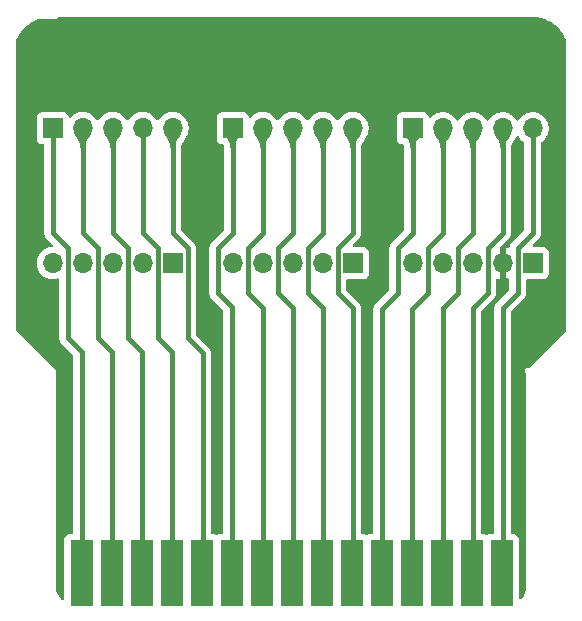
<source format=gbl>
%TF.GenerationSoftware,KiCad,Pcbnew,9.0.5*%
%TF.CreationDate,2025-10-09T13:03:12+02:00*%
%TF.ProjectId,CART-Breakout,43415254-2d42-4726-9561-6b6f75742e6b,rev?*%
%TF.SameCoordinates,Original*%
%TF.FileFunction,Copper,L2,Bot*%
%TF.FilePolarity,Positive*%
%FSLAX46Y46*%
G04 Gerber Fmt 4.6, Leading zero omitted, Abs format (unit mm)*
G04 Created by KiCad (PCBNEW 9.0.5) date 2025-10-09 13:03:12*
%MOMM*%
%LPD*%
G01*
G04 APERTURE LIST*
%TA.AperFunction,SMDPad,CuDef*%
%ADD10R,1.930400X5.588000*%
%TD*%
%TA.AperFunction,ComponentPad*%
%ADD11O,1.700000X1.700000*%
%TD*%
%TA.AperFunction,ComponentPad*%
%ADD12R,1.700000X1.700000*%
%TD*%
%TA.AperFunction,ViaPad*%
%ADD13C,0.600000*%
%TD*%
%TA.AperFunction,Conductor*%
%ADD14C,0.400000*%
%TD*%
G04 APERTURE END LIST*
D10*
%TO.P,CART1,1,~{S4}*%
%TO.N,/~{S4}*%
X168830000Y-115152000D03*
%TO.P,CART1,2,A3*%
%TO.N,/A3*%
X166290000Y-115152000D03*
%TO.P,CART1,3,A2*%
%TO.N,/A2*%
X163750000Y-115152000D03*
%TO.P,CART1,4,A1*%
%TO.N,/A1*%
X161210000Y-115152000D03*
%TO.P,CART1,5,A0*%
%TO.N,/A0*%
X158670000Y-115152000D03*
%TO.P,CART1,6,D4*%
%TO.N,/D4*%
X156130000Y-115152000D03*
%TO.P,CART1,7,D5*%
%TO.N,/D5*%
X153590000Y-115152000D03*
%TO.P,CART1,8,D2*%
%TO.N,/D2*%
X151050000Y-115152000D03*
%TO.P,CART1,9,D1*%
%TO.N,/D1*%
X148510000Y-115152000D03*
%TO.P,CART1,10,D0*%
%TO.N,/D0*%
X145970000Y-115152000D03*
%TO.P,CART1,11,D6*%
%TO.N,/D6*%
X143430000Y-115152000D03*
%TO.P,CART1,12,~{S5}*%
%TO.N,/~{S5}*%
X140890000Y-115152000D03*
%TO.P,CART1,13,VCC*%
%TO.N,VCC*%
X138350000Y-115152000D03*
%TO.P,CART1,14,RD5*%
%TO.N,/RD5*%
X135810000Y-115152000D03*
%TO.P,CART1,15,~{CCTL}*%
%TO.N,/~{CCTL}*%
X133270000Y-115152000D03*
%TD*%
D11*
%TO.P,P1,5,Pin_5*%
%TO.N,/~{S4}*%
X171450000Y-77480000D03*
%TO.P,P1,4,Pin_4*%
%TO.N,/A3*%
X168910000Y-77480000D03*
%TO.P,P1,3,Pin_3*%
%TO.N,/A2*%
X166370000Y-77480000D03*
%TO.P,P1,2,Pin_2*%
%TO.N,/A1*%
X163830000Y-77480000D03*
D12*
%TO.P,P1,1,Pin_1*%
%TO.N,/A0*%
X161290000Y-77480000D03*
%TD*%
%TO.P,P2,1,Pin_1*%
%TO.N,/D0*%
X146050000Y-77470000D03*
D11*
%TO.P,P2,2,Pin_2*%
%TO.N,/D1*%
X148590000Y-77470000D03*
%TO.P,P2,3,Pin_3*%
%TO.N,/D2*%
X151130000Y-77470000D03*
%TO.P,P2,4,Pin_4*%
%TO.N,/D5*%
X153670000Y-77470000D03*
%TO.P,P2,5,Pin_5*%
%TO.N,/D4*%
X156210000Y-77470000D03*
%TD*%
%TO.P,P3,5,Pin_5*%
%TO.N,/D6*%
X140970000Y-77470000D03*
%TO.P,P3,4,Pin_4*%
%TO.N,/~{S5}*%
X138430000Y-77470000D03*
%TO.P,P3,3,Pin_3*%
%TO.N,VCC*%
X135890000Y-77470000D03*
%TO.P,P3,2,Pin_2*%
%TO.N,/RD5*%
X133350000Y-77470000D03*
D12*
%TO.P,P3,1,Pin_1*%
%TO.N,/~{CCTL}*%
X130810000Y-77470000D03*
%TD*%
%TO.P,P4,1,Pin_1*%
%TO.N,/D7*%
X140970000Y-88900000D03*
D11*
%TO.P,P4,2,Pin_2*%
%TO.N,/A11*%
X138430000Y-88900000D03*
%TO.P,P4,3,Pin_3*%
%TO.N,/A10*%
X135890000Y-88900000D03*
%TO.P,P4,4,Pin_4*%
%TO.N,/R~{W}*%
X133350000Y-88900000D03*
%TO.P,P4,5,Pin_5*%
%TO.N,/PHI2*%
X130810000Y-88900000D03*
%TD*%
%TO.P,P5,5,Pin_5*%
%TO.N,/D3*%
X146050000Y-88910000D03*
%TO.P,P5,4,Pin_4*%
%TO.N,/A12*%
X148590000Y-88910000D03*
%TO.P,P5,3,Pin_3*%
%TO.N,/A9*%
X151130000Y-88910000D03*
%TO.P,P5,2,Pin_2*%
%TO.N,/A8*%
X153670000Y-88910000D03*
D12*
%TO.P,P5,1,Pin_1*%
%TO.N,/A7*%
X156210000Y-88910000D03*
%TD*%
%TO.P,P6,1,Pin_1*%
%TO.N,/RD4*%
X171450000Y-88900000D03*
D11*
%TO.P,P6,2,Pin_2*%
%TO.N,GND*%
X168910000Y-88900000D03*
%TO.P,P6,3,Pin_3*%
%TO.N,/A4*%
X166370000Y-88900000D03*
%TO.P,P6,4,Pin_4*%
%TO.N,/A5*%
X163830000Y-88900000D03*
%TO.P,P6,5,Pin_5*%
%TO.N,/A6*%
X161290000Y-88900000D03*
%TD*%
D13*
%TO.N,GND*%
X172410000Y-72998000D03*
%TD*%
D14*
%TO.N,VCC*%
X135890000Y-77470000D02*
X135890000Y-86360000D01*
X138350000Y-96440000D02*
X138350000Y-115152000D01*
X137160000Y-95250000D02*
X138350000Y-96440000D01*
X137160000Y-87630000D02*
X137160000Y-95250000D01*
X135890000Y-86360000D02*
X137160000Y-87630000D01*
%TO.N,/~{S4}*%
X171450000Y-77470000D02*
X171450000Y-86360000D01*
X168910000Y-92710000D02*
X168910000Y-115072000D01*
X170180000Y-91440000D02*
X168910000Y-92710000D01*
X170180000Y-87630000D02*
X170180000Y-91440000D01*
X171450000Y-86360000D02*
X170180000Y-87630000D01*
X168910000Y-115072000D02*
X168830000Y-115152000D01*
%TO.N,/A3*%
X168910000Y-77470000D02*
X168910000Y-86360000D01*
X166370000Y-92710000D02*
X166370000Y-115072000D01*
X167640000Y-91440000D02*
X166370000Y-92710000D01*
X167640000Y-87630000D02*
X167640000Y-91440000D01*
X168910000Y-86360000D02*
X167640000Y-87630000D01*
X166370000Y-115072000D02*
X166290000Y-115152000D01*
%TO.N,/A2*%
X166370000Y-77470000D02*
X166370000Y-86360000D01*
X163830000Y-92710000D02*
X163830000Y-115072000D01*
X165100000Y-91440000D02*
X163830000Y-92710000D01*
X165100000Y-87630000D02*
X165100000Y-91440000D01*
X166370000Y-86360000D02*
X165100000Y-87630000D01*
X163830000Y-115072000D02*
X163750000Y-115152000D01*
%TO.N,/A1*%
X163830000Y-77470000D02*
X163830000Y-86360000D01*
X161210000Y-92790000D02*
X161210000Y-115152000D01*
X162560000Y-91440000D02*
X161210000Y-92790000D01*
X162560000Y-87630000D02*
X162560000Y-91440000D01*
X163830000Y-86360000D02*
X162560000Y-87630000D01*
%TO.N,/A0*%
X161290000Y-77470000D02*
X161290000Y-86360000D01*
X158670000Y-92790000D02*
X158670000Y-115152000D01*
X160020000Y-91440000D02*
X158670000Y-92790000D01*
X160020000Y-87630000D02*
X160020000Y-91440000D01*
X161290000Y-86360000D02*
X160020000Y-87630000D01*
%TO.N,/D4*%
X156210000Y-77470000D02*
X156210000Y-86360000D01*
X156210000Y-92710000D02*
X156210000Y-115072000D01*
X154940000Y-91440000D02*
X156210000Y-92710000D01*
X154940000Y-87630000D02*
X154940000Y-91440000D01*
X156210000Y-86360000D02*
X154940000Y-87630000D01*
X156210000Y-115072000D02*
X156130000Y-115152000D01*
%TO.N,/D5*%
X153670000Y-77470000D02*
X153670000Y-86360000D01*
X153670000Y-92710000D02*
X153670000Y-115072000D01*
X152400000Y-91440000D02*
X153670000Y-92710000D01*
X152400000Y-87630000D02*
X152400000Y-91440000D01*
X153670000Y-86360000D02*
X152400000Y-87630000D01*
X153670000Y-115072000D02*
X153590000Y-115152000D01*
%TO.N,/D2*%
X151130000Y-77470000D02*
X151130000Y-86360000D01*
X151130000Y-92710000D02*
X151130000Y-115072000D01*
X149860000Y-91440000D02*
X151130000Y-92710000D01*
X149860000Y-87630000D02*
X149860000Y-91440000D01*
X151130000Y-86360000D02*
X149860000Y-87630000D01*
X151130000Y-115072000D02*
X151050000Y-115152000D01*
%TO.N,/D1*%
X148590000Y-77470000D02*
X148590000Y-86360000D01*
X148590000Y-92710000D02*
X148590000Y-115072000D01*
X147320000Y-91440000D02*
X148590000Y-92710000D01*
X147320000Y-87630000D02*
X147320000Y-91440000D01*
X148590000Y-86360000D02*
X147320000Y-87630000D01*
X148590000Y-115072000D02*
X148510000Y-115152000D01*
%TO.N,/D0*%
X146050000Y-77470000D02*
X146050000Y-86360000D01*
X145970000Y-92630000D02*
X145970000Y-115152000D01*
X144780000Y-91440000D02*
X145970000Y-92630000D01*
X144780000Y-87630000D02*
X144780000Y-91440000D01*
X146050000Y-86360000D02*
X144780000Y-87630000D01*
%TO.N,/D6*%
X140970000Y-77470000D02*
X140970000Y-86360000D01*
X143510000Y-96520000D02*
X143510000Y-115072000D01*
X142240000Y-95250000D02*
X143510000Y-96520000D01*
X142240000Y-87630000D02*
X142240000Y-95250000D01*
X140970000Y-86360000D02*
X142240000Y-87630000D01*
X143510000Y-115072000D02*
X143430000Y-115152000D01*
%TO.N,/~{S5}*%
X138430000Y-77470000D02*
X138430000Y-86360000D01*
X140890000Y-96440000D02*
X140890000Y-115152000D01*
X139700000Y-95250000D02*
X140890000Y-96440000D01*
X139700000Y-87630000D02*
X139700000Y-95250000D01*
X138430000Y-86360000D02*
X139700000Y-87630000D01*
%TO.N,/RD5*%
X133350000Y-77470000D02*
X133350000Y-86360000D01*
X135810000Y-96440000D02*
X135810000Y-115152000D01*
X134620000Y-95250000D02*
X135810000Y-96440000D01*
X134620000Y-87630000D02*
X134620000Y-95250000D01*
X133350000Y-86360000D02*
X134620000Y-87630000D01*
%TO.N,/~{CCTL}*%
X130810000Y-77470000D02*
X130810000Y-86360000D01*
X133270000Y-96440000D02*
X133270000Y-115152000D01*
X132080000Y-95250000D02*
X133270000Y-96440000D01*
X132080000Y-87630000D02*
X132080000Y-95250000D01*
X130810000Y-86360000D02*
X132080000Y-87630000D01*
%TD*%
%TA.AperFunction,Conductor*%
%TO.N,VCC*%
G36*
X136029123Y-77298696D02*
G01*
X136032132Y-77299523D01*
X136159845Y-77353892D01*
X136162535Y-77355492D01*
X136271885Y-77442265D01*
X136273045Y-77443320D01*
X136593266Y-77776311D01*
X136595357Y-77779309D01*
X136625324Y-77840999D01*
X136626321Y-77848149D01*
X136614373Y-77915684D01*
X136613182Y-77919140D01*
X136609137Y-77926746D01*
X136609039Y-77926926D01*
X136572031Y-77993660D01*
X136571825Y-77994016D01*
X136532519Y-78059371D01*
X136532414Y-78059543D01*
X136531111Y-78061625D01*
X136528359Y-78066027D01*
X136491184Y-78123842D01*
X136491024Y-78124084D01*
X136452497Y-78180853D01*
X136452415Y-78180972D01*
X136426058Y-78218794D01*
X136426032Y-78218831D01*
X136413022Y-78237349D01*
X136412971Y-78237422D01*
X136399691Y-78256020D01*
X136399665Y-78256056D01*
X136338641Y-78340831D01*
X136270532Y-78441658D01*
X136210561Y-78547204D01*
X136160647Y-78664597D01*
X136160644Y-78664606D01*
X136122655Y-78801075D01*
X136122654Y-78801080D01*
X136098477Y-78963814D01*
X136095608Y-79030211D01*
X136094927Y-79045980D01*
X136094927Y-79045996D01*
X136094380Y-79058636D01*
X136094336Y-79059647D01*
X136093306Y-79063967D01*
X136064662Y-79127240D01*
X136058364Y-79133272D01*
X136023334Y-79147341D01*
X135993913Y-79159157D01*
X135989555Y-79160000D01*
X135790445Y-79160000D01*
X135786085Y-79159157D01*
X135721634Y-79133272D01*
X135715336Y-79127240D01*
X135686693Y-79063967D01*
X135685663Y-79059648D01*
X135685619Y-79058636D01*
X135685073Y-79045999D01*
X135685072Y-79045996D01*
X135681521Y-78963815D01*
X135657344Y-78801080D01*
X135638352Y-78732857D01*
X135638349Y-78732842D01*
X135636460Y-78726058D01*
X135619353Y-78664604D01*
X135619351Y-78664597D01*
X135569437Y-78547204D01*
X135569436Y-78547202D01*
X135569433Y-78547195D01*
X135509471Y-78441665D01*
X135441350Y-78340821D01*
X135380334Y-78256056D01*
X135367028Y-78237422D01*
X135353964Y-78218829D01*
X135353954Y-78218784D01*
X135353940Y-78218795D01*
X135327588Y-78180982D01*
X135327506Y-78180862D01*
X135288974Y-78124084D01*
X135288814Y-78123842D01*
X135251679Y-78066087D01*
X135251601Y-78065964D01*
X135247583Y-78059541D01*
X135247476Y-78059366D01*
X135208173Y-77994016D01*
X135207967Y-77993660D01*
X135170960Y-77926926D01*
X135170891Y-77926800D01*
X135166815Y-77919134D01*
X135165627Y-77915687D01*
X135153678Y-77848149D01*
X135154675Y-77840999D01*
X135184643Y-77779305D01*
X135186729Y-77776314D01*
X135506959Y-77443314D01*
X135508107Y-77442271D01*
X135617467Y-77355490D01*
X135620151Y-77353893D01*
X135747869Y-77299523D01*
X135750874Y-77298696D01*
X135888437Y-77280130D01*
X135891563Y-77280130D01*
X136029123Y-77298696D01*
G37*
%TD.AperFunction*%
%TD*%
%TA.AperFunction,Conductor*%
%TO.N,/A3*%
G36*
X169049123Y-77308696D02*
G01*
X169052132Y-77309523D01*
X169179845Y-77363892D01*
X169182535Y-77365492D01*
X169291885Y-77452265D01*
X169293045Y-77453320D01*
X169613648Y-77786708D01*
X169615740Y-77789707D01*
X169645486Y-77850965D01*
X169646481Y-77858120D01*
X169634586Y-77925167D01*
X169633393Y-77928623D01*
X169629392Y-77936136D01*
X169629291Y-77936320D01*
X169592443Y-78002615D01*
X169592234Y-78002977D01*
X169553051Y-78067890D01*
X169552941Y-78068068D01*
X169548979Y-78074374D01*
X169548899Y-78074500D01*
X169511841Y-78131852D01*
X169511676Y-78132099D01*
X169473233Y-78188402D01*
X169473149Y-78188525D01*
X169447824Y-78224622D01*
X169447797Y-78224660D01*
X169433738Y-78244527D01*
X169433682Y-78244605D01*
X169419566Y-78264212D01*
X169419538Y-78264250D01*
X169359409Y-78347057D01*
X169334741Y-78383207D01*
X169334460Y-78383619D01*
X169325459Y-78396809D01*
X169291185Y-78447032D01*
X169231068Y-78551662D01*
X169180977Y-78668103D01*
X169142822Y-78803539D01*
X169118525Y-78965110D01*
X169114360Y-79060301D01*
X169113328Y-79064618D01*
X169084862Y-79127433D01*
X169078564Y-79133462D01*
X169014561Y-79159158D01*
X169010202Y-79160000D01*
X168809798Y-79160000D01*
X168805439Y-79159158D01*
X168741434Y-79133462D01*
X168735136Y-79127433D01*
X168706670Y-79064618D01*
X168706669Y-79064616D01*
X168705638Y-79060300D01*
X168705045Y-79046733D01*
X168705044Y-79046721D01*
X168701474Y-78965115D01*
X168677177Y-78803539D01*
X168639024Y-78668110D01*
X168588932Y-78551665D01*
X168558879Y-78499359D01*
X168558875Y-78499352D01*
X168558875Y-78499353D01*
X168554403Y-78491569D01*
X168554402Y-78491568D01*
X168528813Y-78447032D01*
X168494539Y-78396809D01*
X168485302Y-78383271D01*
X168485256Y-78383205D01*
X168460598Y-78347071D01*
X168400432Y-78264212D01*
X168386270Y-78244540D01*
X168372202Y-78224660D01*
X168346876Y-78188562D01*
X168346792Y-78188440D01*
X168308322Y-78132100D01*
X168308157Y-78131852D01*
X168271099Y-78074500D01*
X168271019Y-78074374D01*
X168267057Y-78068068D01*
X168266947Y-78067890D01*
X168227764Y-78002978D01*
X168227554Y-78002616D01*
X168190672Y-77936257D01*
X168186604Y-77928620D01*
X168185414Y-77925176D01*
X168173518Y-77858118D01*
X168174512Y-77850967D01*
X168204260Y-77789704D01*
X168206348Y-77786710D01*
X168526959Y-77453314D01*
X168528107Y-77452271D01*
X168637467Y-77365490D01*
X168640151Y-77363893D01*
X168767869Y-77309523D01*
X168770874Y-77308696D01*
X168908437Y-77290130D01*
X168911563Y-77290130D01*
X169049123Y-77308696D01*
G37*
%TD.AperFunction*%
%TD*%
%TA.AperFunction,Conductor*%
%TO.N,/A2*%
G36*
X166509123Y-77308696D02*
G01*
X166512132Y-77309523D01*
X166639845Y-77363892D01*
X166642535Y-77365492D01*
X166751885Y-77452265D01*
X166753045Y-77453320D01*
X167073648Y-77786708D01*
X167075740Y-77789707D01*
X167105486Y-77850965D01*
X167106481Y-77858120D01*
X167094586Y-77925167D01*
X167093393Y-77928623D01*
X167089392Y-77936136D01*
X167089291Y-77936320D01*
X167052443Y-78002615D01*
X167052234Y-78002977D01*
X167013051Y-78067890D01*
X167012941Y-78068068D01*
X167008979Y-78074374D01*
X167008899Y-78074500D01*
X166971841Y-78131852D01*
X166971676Y-78132099D01*
X166933233Y-78188402D01*
X166933149Y-78188525D01*
X166907824Y-78224622D01*
X166907797Y-78224660D01*
X166893738Y-78244527D01*
X166893682Y-78244605D01*
X166879566Y-78264212D01*
X166879538Y-78264250D01*
X166819409Y-78347057D01*
X166794741Y-78383207D01*
X166794460Y-78383619D01*
X166785459Y-78396809D01*
X166751185Y-78447032D01*
X166691068Y-78551662D01*
X166640977Y-78668103D01*
X166602822Y-78803539D01*
X166578525Y-78965110D01*
X166574360Y-79060301D01*
X166573328Y-79064618D01*
X166544862Y-79127433D01*
X166538564Y-79133462D01*
X166474561Y-79159158D01*
X166470202Y-79160000D01*
X166269798Y-79160000D01*
X166265439Y-79159158D01*
X166201434Y-79133462D01*
X166195136Y-79127433D01*
X166166670Y-79064618D01*
X166166669Y-79064616D01*
X166165638Y-79060300D01*
X166165045Y-79046733D01*
X166165044Y-79046721D01*
X166161474Y-78965115D01*
X166137177Y-78803539D01*
X166099024Y-78668110D01*
X166048932Y-78551665D01*
X166018879Y-78499359D01*
X166018875Y-78499352D01*
X166018875Y-78499353D01*
X166014403Y-78491569D01*
X166014402Y-78491568D01*
X165988813Y-78447032D01*
X165954539Y-78396809D01*
X165945302Y-78383271D01*
X165945256Y-78383205D01*
X165920598Y-78347071D01*
X165860432Y-78264212D01*
X165846270Y-78244540D01*
X165832202Y-78224660D01*
X165806876Y-78188562D01*
X165806792Y-78188440D01*
X165768322Y-78132100D01*
X165768157Y-78131852D01*
X165731099Y-78074500D01*
X165731019Y-78074374D01*
X165727057Y-78068068D01*
X165726947Y-78067890D01*
X165687764Y-78002978D01*
X165687554Y-78002616D01*
X165650672Y-77936257D01*
X165646604Y-77928620D01*
X165645414Y-77925176D01*
X165633518Y-77858118D01*
X165634512Y-77850967D01*
X165664260Y-77789704D01*
X165666348Y-77786710D01*
X165986959Y-77453314D01*
X165988107Y-77452271D01*
X166097467Y-77365490D01*
X166100151Y-77363893D01*
X166227869Y-77309523D01*
X166230874Y-77308696D01*
X166368437Y-77290130D01*
X166371563Y-77290130D01*
X166509123Y-77308696D01*
G37*
%TD.AperFunction*%
%TD*%
%TA.AperFunction,Conductor*%
%TO.N,/A1*%
G36*
X163969123Y-77308696D02*
G01*
X163972132Y-77309523D01*
X164099845Y-77363892D01*
X164102535Y-77365492D01*
X164211885Y-77452265D01*
X164213045Y-77453320D01*
X164533648Y-77786708D01*
X164535740Y-77789707D01*
X164565486Y-77850965D01*
X164566481Y-77858120D01*
X164554586Y-77925167D01*
X164553393Y-77928623D01*
X164549392Y-77936136D01*
X164549291Y-77936320D01*
X164512443Y-78002615D01*
X164512234Y-78002977D01*
X164473051Y-78067890D01*
X164472941Y-78068068D01*
X164468979Y-78074374D01*
X164468899Y-78074500D01*
X164431841Y-78131852D01*
X164431676Y-78132099D01*
X164393233Y-78188402D01*
X164393149Y-78188525D01*
X164367824Y-78224622D01*
X164367797Y-78224660D01*
X164353738Y-78244527D01*
X164353682Y-78244605D01*
X164339566Y-78264212D01*
X164339538Y-78264250D01*
X164279409Y-78347057D01*
X164254741Y-78383207D01*
X164254460Y-78383619D01*
X164245459Y-78396809D01*
X164211185Y-78447032D01*
X164151068Y-78551662D01*
X164100977Y-78668103D01*
X164062822Y-78803539D01*
X164038525Y-78965110D01*
X164034360Y-79060301D01*
X164033328Y-79064618D01*
X164004862Y-79127433D01*
X163998564Y-79133462D01*
X163934561Y-79159158D01*
X163930202Y-79160000D01*
X163729798Y-79160000D01*
X163725439Y-79159158D01*
X163661434Y-79133462D01*
X163655136Y-79127433D01*
X163626670Y-79064618D01*
X163626669Y-79064616D01*
X163625638Y-79060300D01*
X163625045Y-79046733D01*
X163625044Y-79046721D01*
X163621474Y-78965115D01*
X163597177Y-78803539D01*
X163559024Y-78668110D01*
X163508932Y-78551665D01*
X163478879Y-78499359D01*
X163478875Y-78499352D01*
X163478875Y-78499353D01*
X163474403Y-78491569D01*
X163474402Y-78491568D01*
X163448813Y-78447032D01*
X163414539Y-78396809D01*
X163405302Y-78383271D01*
X163405256Y-78383205D01*
X163380598Y-78347071D01*
X163320432Y-78264212D01*
X163306270Y-78244540D01*
X163292202Y-78224660D01*
X163266876Y-78188562D01*
X163266792Y-78188440D01*
X163228322Y-78132100D01*
X163228157Y-78131852D01*
X163191099Y-78074500D01*
X163191019Y-78074374D01*
X163187057Y-78068068D01*
X163186947Y-78067890D01*
X163147764Y-78002978D01*
X163147554Y-78002616D01*
X163110672Y-77936257D01*
X163106604Y-77928620D01*
X163105414Y-77925176D01*
X163093518Y-77858118D01*
X163094512Y-77850967D01*
X163124260Y-77789704D01*
X163126348Y-77786710D01*
X163446959Y-77453314D01*
X163448107Y-77452271D01*
X163557467Y-77365490D01*
X163560151Y-77363893D01*
X163687869Y-77309523D01*
X163690874Y-77308696D01*
X163828437Y-77290130D01*
X163831563Y-77290130D01*
X163969123Y-77308696D01*
G37*
%TD.AperFunction*%
%TD*%
%TA.AperFunction,Conductor*%
%TO.N,/A0*%
G36*
X161429123Y-77308696D02*
G01*
X161432132Y-77309523D01*
X161559845Y-77363892D01*
X161562535Y-77365492D01*
X161671885Y-77452265D01*
X161673045Y-77453320D01*
X161993648Y-77786708D01*
X161995740Y-77789707D01*
X162025486Y-77850965D01*
X162026481Y-77858120D01*
X162014586Y-77925167D01*
X162013393Y-77928623D01*
X162009392Y-77936136D01*
X162009291Y-77936320D01*
X161972443Y-78002615D01*
X161972234Y-78002977D01*
X161933051Y-78067890D01*
X161932941Y-78068068D01*
X161928979Y-78074374D01*
X161928899Y-78074500D01*
X161891841Y-78131852D01*
X161891676Y-78132099D01*
X161853233Y-78188402D01*
X161853149Y-78188525D01*
X161827824Y-78224622D01*
X161827797Y-78224660D01*
X161813738Y-78244527D01*
X161813682Y-78244605D01*
X161799566Y-78264212D01*
X161799538Y-78264250D01*
X161739409Y-78347057D01*
X161714741Y-78383207D01*
X161714460Y-78383619D01*
X161705459Y-78396809D01*
X161671185Y-78447032D01*
X161611068Y-78551662D01*
X161560977Y-78668103D01*
X161522822Y-78803539D01*
X161498525Y-78965110D01*
X161494360Y-79060301D01*
X161493328Y-79064618D01*
X161464862Y-79127433D01*
X161458564Y-79133462D01*
X161394561Y-79159158D01*
X161390202Y-79160000D01*
X161189798Y-79160000D01*
X161185439Y-79159158D01*
X161121434Y-79133462D01*
X161115136Y-79127433D01*
X161086670Y-79064618D01*
X161086669Y-79064616D01*
X161085638Y-79060300D01*
X161085045Y-79046733D01*
X161085044Y-79046721D01*
X161081474Y-78965115D01*
X161057177Y-78803539D01*
X161019024Y-78668110D01*
X160968932Y-78551665D01*
X160938879Y-78499359D01*
X160938875Y-78499352D01*
X160938875Y-78499353D01*
X160934403Y-78491569D01*
X160934402Y-78491568D01*
X160908813Y-78447032D01*
X160874539Y-78396809D01*
X160865302Y-78383271D01*
X160865256Y-78383205D01*
X160840598Y-78347071D01*
X160780432Y-78264212D01*
X160766270Y-78244540D01*
X160752202Y-78224660D01*
X160726876Y-78188562D01*
X160726792Y-78188440D01*
X160688322Y-78132100D01*
X160688157Y-78131852D01*
X160651099Y-78074500D01*
X160651019Y-78074374D01*
X160647057Y-78068068D01*
X160646947Y-78067890D01*
X160607764Y-78002978D01*
X160607554Y-78002616D01*
X160570672Y-77936257D01*
X160566604Y-77928620D01*
X160565414Y-77925176D01*
X160553518Y-77858118D01*
X160554512Y-77850967D01*
X160584260Y-77789704D01*
X160586348Y-77786710D01*
X160906959Y-77453314D01*
X160908107Y-77452271D01*
X161017467Y-77365490D01*
X161020151Y-77363893D01*
X161147869Y-77309523D01*
X161150874Y-77308696D01*
X161288437Y-77290130D01*
X161291563Y-77290130D01*
X161429123Y-77308696D01*
G37*
%TD.AperFunction*%
%TD*%
%TA.AperFunction,Conductor*%
%TO.N,/D4*%
G36*
X156349123Y-77298696D02*
G01*
X156352132Y-77299523D01*
X156479845Y-77353892D01*
X156482535Y-77355492D01*
X156591885Y-77442265D01*
X156593045Y-77443320D01*
X156913266Y-77776311D01*
X156915357Y-77779309D01*
X156945324Y-77840999D01*
X156946321Y-77848149D01*
X156934373Y-77915684D01*
X156933182Y-77919140D01*
X156929137Y-77926746D01*
X156929039Y-77926926D01*
X156892031Y-77993660D01*
X156891825Y-77994016D01*
X156852519Y-78059371D01*
X156852414Y-78059543D01*
X156851111Y-78061625D01*
X156848359Y-78066027D01*
X156811184Y-78123842D01*
X156811024Y-78124084D01*
X156772491Y-78180863D01*
X156772409Y-78180982D01*
X156746058Y-78218794D01*
X156746032Y-78218831D01*
X156733022Y-78237349D01*
X156732971Y-78237422D01*
X156719691Y-78256020D01*
X156719665Y-78256056D01*
X156658641Y-78340831D01*
X156590532Y-78441658D01*
X156530561Y-78547204D01*
X156480647Y-78664597D01*
X156480644Y-78664606D01*
X156442655Y-78801075D01*
X156442654Y-78801080D01*
X156418477Y-78963814D01*
X156415608Y-79030211D01*
X156414927Y-79045980D01*
X156414927Y-79045996D01*
X156414380Y-79058636D01*
X156414336Y-79059647D01*
X156413306Y-79063967D01*
X156384662Y-79127240D01*
X156378364Y-79133272D01*
X156343334Y-79147341D01*
X156313913Y-79159157D01*
X156309555Y-79160000D01*
X156110445Y-79160000D01*
X156106085Y-79159157D01*
X156041634Y-79133272D01*
X156035336Y-79127240D01*
X156006693Y-79063967D01*
X156005663Y-79059648D01*
X156005619Y-79058636D01*
X156005073Y-79045999D01*
X156005072Y-79045996D01*
X156001521Y-78963815D01*
X155977344Y-78801080D01*
X155958352Y-78732857D01*
X155958349Y-78732842D01*
X155956460Y-78726058D01*
X155939353Y-78664604D01*
X155939351Y-78664597D01*
X155889437Y-78547204D01*
X155889436Y-78547202D01*
X155889433Y-78547195D01*
X155829471Y-78441665D01*
X155761350Y-78340821D01*
X155700334Y-78256056D01*
X155687028Y-78237422D01*
X155673964Y-78218829D01*
X155673954Y-78218784D01*
X155673940Y-78218794D01*
X155647589Y-78180982D01*
X155647507Y-78180863D01*
X155608974Y-78124084D01*
X155608814Y-78123842D01*
X155571679Y-78066087D01*
X155571601Y-78065964D01*
X155567583Y-78059541D01*
X155567476Y-78059366D01*
X155528173Y-77994016D01*
X155527967Y-77993660D01*
X155490960Y-77926926D01*
X155490891Y-77926800D01*
X155486815Y-77919134D01*
X155485627Y-77915687D01*
X155473678Y-77848149D01*
X155474675Y-77840999D01*
X155504643Y-77779305D01*
X155506729Y-77776314D01*
X155826959Y-77443314D01*
X155828107Y-77442271D01*
X155937467Y-77355490D01*
X155940151Y-77353893D01*
X156067869Y-77299523D01*
X156070874Y-77298696D01*
X156208437Y-77280130D01*
X156211563Y-77280130D01*
X156349123Y-77298696D01*
G37*
%TD.AperFunction*%
%TD*%
%TA.AperFunction,Conductor*%
%TO.N,/D5*%
G36*
X153809123Y-77298696D02*
G01*
X153812132Y-77299523D01*
X153939845Y-77353892D01*
X153942535Y-77355492D01*
X154051885Y-77442265D01*
X154053045Y-77443320D01*
X154373266Y-77776311D01*
X154375357Y-77779309D01*
X154405324Y-77840999D01*
X154406321Y-77848149D01*
X154394373Y-77915684D01*
X154393182Y-77919140D01*
X154389137Y-77926746D01*
X154389039Y-77926926D01*
X154352031Y-77993660D01*
X154351825Y-77994016D01*
X154312519Y-78059371D01*
X154312414Y-78059543D01*
X154311111Y-78061625D01*
X154308359Y-78066027D01*
X154271184Y-78123842D01*
X154271024Y-78124084D01*
X154232491Y-78180863D01*
X154232409Y-78180982D01*
X154206058Y-78218794D01*
X154206032Y-78218831D01*
X154193022Y-78237349D01*
X154192971Y-78237422D01*
X154179691Y-78256020D01*
X154179665Y-78256056D01*
X154118641Y-78340831D01*
X154050532Y-78441658D01*
X153990561Y-78547204D01*
X153940647Y-78664597D01*
X153940644Y-78664606D01*
X153902655Y-78801075D01*
X153902654Y-78801080D01*
X153878477Y-78963814D01*
X153875608Y-79030211D01*
X153874927Y-79045980D01*
X153874927Y-79045996D01*
X153874380Y-79058636D01*
X153874336Y-79059647D01*
X153873306Y-79063967D01*
X153844662Y-79127240D01*
X153838364Y-79133272D01*
X153803334Y-79147341D01*
X153773913Y-79159157D01*
X153769555Y-79160000D01*
X153570445Y-79160000D01*
X153566085Y-79159157D01*
X153501634Y-79133272D01*
X153495336Y-79127240D01*
X153466693Y-79063967D01*
X153465663Y-79059648D01*
X153465619Y-79058636D01*
X153465073Y-79045999D01*
X153465072Y-79045996D01*
X153461521Y-78963815D01*
X153437344Y-78801080D01*
X153418352Y-78732857D01*
X153418349Y-78732842D01*
X153416460Y-78726058D01*
X153399353Y-78664604D01*
X153399351Y-78664597D01*
X153349437Y-78547204D01*
X153349436Y-78547202D01*
X153349433Y-78547195D01*
X153289471Y-78441665D01*
X153221350Y-78340821D01*
X153160334Y-78256056D01*
X153147028Y-78237422D01*
X153133964Y-78218829D01*
X153133954Y-78218784D01*
X153133940Y-78218794D01*
X153107589Y-78180982D01*
X153107507Y-78180863D01*
X153068974Y-78124084D01*
X153068814Y-78123842D01*
X153031679Y-78066087D01*
X153031601Y-78065964D01*
X153027583Y-78059541D01*
X153027476Y-78059366D01*
X152988173Y-77994016D01*
X152987967Y-77993660D01*
X152950960Y-77926926D01*
X152950891Y-77926800D01*
X152946815Y-77919134D01*
X152945627Y-77915687D01*
X152933678Y-77848149D01*
X152934675Y-77840999D01*
X152964643Y-77779305D01*
X152966729Y-77776314D01*
X153286959Y-77443314D01*
X153288107Y-77442271D01*
X153397467Y-77355490D01*
X153400151Y-77353893D01*
X153527869Y-77299523D01*
X153530874Y-77298696D01*
X153668437Y-77280130D01*
X153671563Y-77280130D01*
X153809123Y-77298696D01*
G37*
%TD.AperFunction*%
%TD*%
%TA.AperFunction,Conductor*%
%TO.N,/D2*%
G36*
X151269123Y-77298696D02*
G01*
X151272132Y-77299523D01*
X151399845Y-77353892D01*
X151402535Y-77355492D01*
X151511885Y-77442265D01*
X151513045Y-77443320D01*
X151833266Y-77776311D01*
X151835357Y-77779309D01*
X151865324Y-77840999D01*
X151866321Y-77848149D01*
X151854373Y-77915684D01*
X151853182Y-77919140D01*
X151849137Y-77926746D01*
X151849039Y-77926926D01*
X151812031Y-77993660D01*
X151811825Y-77994016D01*
X151772519Y-78059371D01*
X151772414Y-78059543D01*
X151771111Y-78061625D01*
X151768359Y-78066027D01*
X151731184Y-78123842D01*
X151731024Y-78124084D01*
X151692491Y-78180863D01*
X151692409Y-78180982D01*
X151666058Y-78218794D01*
X151666032Y-78218831D01*
X151653022Y-78237349D01*
X151652971Y-78237422D01*
X151639691Y-78256020D01*
X151639665Y-78256056D01*
X151578641Y-78340831D01*
X151510532Y-78441658D01*
X151450561Y-78547204D01*
X151400647Y-78664597D01*
X151400644Y-78664606D01*
X151362655Y-78801075D01*
X151362654Y-78801080D01*
X151338477Y-78963814D01*
X151335608Y-79030211D01*
X151334927Y-79045980D01*
X151334927Y-79045996D01*
X151334380Y-79058636D01*
X151334336Y-79059647D01*
X151333306Y-79063967D01*
X151304662Y-79127240D01*
X151298364Y-79133272D01*
X151263334Y-79147341D01*
X151233913Y-79159157D01*
X151229555Y-79160000D01*
X151030445Y-79160000D01*
X151026085Y-79159157D01*
X150961634Y-79133272D01*
X150955336Y-79127240D01*
X150926693Y-79063967D01*
X150925663Y-79059648D01*
X150925619Y-79058636D01*
X150925073Y-79045999D01*
X150925072Y-79045996D01*
X150921521Y-78963815D01*
X150897344Y-78801080D01*
X150878352Y-78732857D01*
X150878349Y-78732842D01*
X150876460Y-78726058D01*
X150859353Y-78664604D01*
X150859351Y-78664597D01*
X150809437Y-78547204D01*
X150809436Y-78547202D01*
X150809433Y-78547195D01*
X150749471Y-78441665D01*
X150681350Y-78340821D01*
X150620334Y-78256056D01*
X150607028Y-78237422D01*
X150593964Y-78218829D01*
X150593954Y-78218784D01*
X150593940Y-78218794D01*
X150567589Y-78180982D01*
X150567507Y-78180863D01*
X150528974Y-78124084D01*
X150528814Y-78123842D01*
X150491679Y-78066087D01*
X150491601Y-78065964D01*
X150487583Y-78059541D01*
X150487476Y-78059366D01*
X150448173Y-77994016D01*
X150447967Y-77993660D01*
X150410960Y-77926926D01*
X150410891Y-77926800D01*
X150406815Y-77919134D01*
X150405627Y-77915687D01*
X150393678Y-77848149D01*
X150394675Y-77840999D01*
X150424643Y-77779305D01*
X150426729Y-77776314D01*
X150746959Y-77443314D01*
X150748107Y-77442271D01*
X150857467Y-77355490D01*
X150860151Y-77353893D01*
X150987869Y-77299523D01*
X150990874Y-77298696D01*
X151128437Y-77280130D01*
X151131563Y-77280130D01*
X151269123Y-77298696D01*
G37*
%TD.AperFunction*%
%TD*%
%TA.AperFunction,Conductor*%
%TO.N,/D1*%
G36*
X148729123Y-77298696D02*
G01*
X148732132Y-77299523D01*
X148859845Y-77353892D01*
X148862535Y-77355492D01*
X148971885Y-77442265D01*
X148973045Y-77443320D01*
X149293266Y-77776311D01*
X149295357Y-77779309D01*
X149325324Y-77840999D01*
X149326321Y-77848149D01*
X149314373Y-77915684D01*
X149313182Y-77919140D01*
X149309137Y-77926746D01*
X149309039Y-77926926D01*
X149272031Y-77993660D01*
X149271825Y-77994016D01*
X149232519Y-78059371D01*
X149232414Y-78059543D01*
X149231111Y-78061625D01*
X149228359Y-78066027D01*
X149191184Y-78123842D01*
X149191024Y-78124084D01*
X149152491Y-78180863D01*
X149152409Y-78180982D01*
X149126058Y-78218794D01*
X149126032Y-78218831D01*
X149113022Y-78237349D01*
X149112971Y-78237422D01*
X149099691Y-78256020D01*
X149099665Y-78256056D01*
X149038641Y-78340831D01*
X148970532Y-78441658D01*
X148910561Y-78547204D01*
X148860647Y-78664597D01*
X148860644Y-78664606D01*
X148822655Y-78801075D01*
X148822654Y-78801080D01*
X148798477Y-78963814D01*
X148795608Y-79030211D01*
X148794927Y-79045980D01*
X148794927Y-79045996D01*
X148794380Y-79058636D01*
X148794336Y-79059647D01*
X148793306Y-79063967D01*
X148764662Y-79127240D01*
X148758364Y-79133272D01*
X148723334Y-79147341D01*
X148693913Y-79159157D01*
X148689555Y-79160000D01*
X148490445Y-79160000D01*
X148486085Y-79159157D01*
X148421634Y-79133272D01*
X148415336Y-79127240D01*
X148386693Y-79063967D01*
X148385663Y-79059648D01*
X148385619Y-79058636D01*
X148385073Y-79045999D01*
X148385072Y-79045996D01*
X148381521Y-78963815D01*
X148357344Y-78801080D01*
X148338352Y-78732857D01*
X148338349Y-78732842D01*
X148336460Y-78726058D01*
X148319353Y-78664604D01*
X148319351Y-78664597D01*
X148269437Y-78547204D01*
X148269436Y-78547202D01*
X148269433Y-78547195D01*
X148209471Y-78441665D01*
X148141350Y-78340821D01*
X148080334Y-78256056D01*
X148067028Y-78237422D01*
X148053964Y-78218829D01*
X148053954Y-78218784D01*
X148053940Y-78218794D01*
X148027589Y-78180982D01*
X148027507Y-78180863D01*
X147988974Y-78124084D01*
X147988814Y-78123842D01*
X147951679Y-78066087D01*
X147951601Y-78065964D01*
X147947583Y-78059541D01*
X147947476Y-78059366D01*
X147908173Y-77994016D01*
X147907967Y-77993660D01*
X147870960Y-77926926D01*
X147870891Y-77926800D01*
X147866815Y-77919134D01*
X147865627Y-77915687D01*
X147853678Y-77848149D01*
X147854675Y-77840999D01*
X147884643Y-77779305D01*
X147886729Y-77776314D01*
X148206959Y-77443314D01*
X148208107Y-77442271D01*
X148317467Y-77355490D01*
X148320151Y-77353893D01*
X148447869Y-77299523D01*
X148450874Y-77298696D01*
X148588437Y-77280130D01*
X148591563Y-77280130D01*
X148729123Y-77298696D01*
G37*
%TD.AperFunction*%
%TD*%
%TA.AperFunction,Conductor*%
%TO.N,/D0*%
G36*
X146189123Y-77298696D02*
G01*
X146192132Y-77299523D01*
X146319845Y-77353892D01*
X146322535Y-77355492D01*
X146431885Y-77442265D01*
X146433045Y-77443320D01*
X146753266Y-77776311D01*
X146755357Y-77779309D01*
X146785324Y-77840999D01*
X146786321Y-77848149D01*
X146774373Y-77915684D01*
X146773182Y-77919140D01*
X146769137Y-77926746D01*
X146769039Y-77926926D01*
X146732031Y-77993660D01*
X146731825Y-77994016D01*
X146692519Y-78059371D01*
X146692414Y-78059543D01*
X146691111Y-78061625D01*
X146688359Y-78066027D01*
X146651184Y-78123842D01*
X146651024Y-78124084D01*
X146612491Y-78180863D01*
X146612409Y-78180982D01*
X146586058Y-78218794D01*
X146586032Y-78218831D01*
X146573022Y-78237349D01*
X146572971Y-78237422D01*
X146559691Y-78256020D01*
X146559665Y-78256056D01*
X146498641Y-78340831D01*
X146430532Y-78441658D01*
X146370561Y-78547204D01*
X146320647Y-78664597D01*
X146320644Y-78664606D01*
X146282655Y-78801075D01*
X146282654Y-78801080D01*
X146258477Y-78963814D01*
X146255608Y-79030211D01*
X146254927Y-79045980D01*
X146254927Y-79045996D01*
X146254380Y-79058636D01*
X146254336Y-79059647D01*
X146253306Y-79063967D01*
X146224662Y-79127240D01*
X146218364Y-79133272D01*
X146183334Y-79147341D01*
X146153913Y-79159157D01*
X146149555Y-79160000D01*
X145950445Y-79160000D01*
X145946085Y-79159157D01*
X145881634Y-79133272D01*
X145875336Y-79127240D01*
X145846693Y-79063967D01*
X145845663Y-79059648D01*
X145845619Y-79058636D01*
X145845073Y-79045999D01*
X145845072Y-79045996D01*
X145841521Y-78963815D01*
X145817344Y-78801080D01*
X145798352Y-78732857D01*
X145798349Y-78732842D01*
X145796460Y-78726058D01*
X145779353Y-78664604D01*
X145779351Y-78664597D01*
X145729437Y-78547204D01*
X145729436Y-78547202D01*
X145729433Y-78547195D01*
X145669471Y-78441665D01*
X145601350Y-78340821D01*
X145540334Y-78256056D01*
X145527028Y-78237422D01*
X145513964Y-78218829D01*
X145513954Y-78218784D01*
X145513940Y-78218794D01*
X145487589Y-78180982D01*
X145487507Y-78180863D01*
X145448974Y-78124084D01*
X145448814Y-78123842D01*
X145411679Y-78066087D01*
X145411601Y-78065964D01*
X145407583Y-78059541D01*
X145407476Y-78059366D01*
X145368173Y-77994016D01*
X145367967Y-77993660D01*
X145330960Y-77926926D01*
X145330891Y-77926800D01*
X145326815Y-77919134D01*
X145325627Y-77915687D01*
X145313678Y-77848149D01*
X145314675Y-77840999D01*
X145344643Y-77779305D01*
X145346729Y-77776314D01*
X145666959Y-77443314D01*
X145668107Y-77442271D01*
X145777467Y-77355490D01*
X145780151Y-77353893D01*
X145907869Y-77299523D01*
X145910874Y-77298696D01*
X146048437Y-77280130D01*
X146051563Y-77280130D01*
X146189123Y-77298696D01*
G37*
%TD.AperFunction*%
%TD*%
%TA.AperFunction,Conductor*%
%TO.N,/D6*%
G36*
X141109123Y-77298696D02*
G01*
X141112132Y-77299523D01*
X141239845Y-77353892D01*
X141242535Y-77355492D01*
X141351885Y-77442265D01*
X141353045Y-77443320D01*
X141673266Y-77776311D01*
X141675357Y-77779309D01*
X141705324Y-77840999D01*
X141706321Y-77848149D01*
X141694373Y-77915684D01*
X141693182Y-77919140D01*
X141689137Y-77926746D01*
X141689039Y-77926926D01*
X141652031Y-77993660D01*
X141651825Y-77994016D01*
X141612519Y-78059371D01*
X141612414Y-78059543D01*
X141611111Y-78061625D01*
X141608359Y-78066027D01*
X141571184Y-78123842D01*
X141571024Y-78124084D01*
X141532491Y-78180863D01*
X141532409Y-78180982D01*
X141506058Y-78218794D01*
X141506032Y-78218831D01*
X141493022Y-78237349D01*
X141492971Y-78237422D01*
X141479691Y-78256020D01*
X141479665Y-78256056D01*
X141418641Y-78340831D01*
X141350532Y-78441658D01*
X141290561Y-78547204D01*
X141240647Y-78664597D01*
X141240644Y-78664606D01*
X141202655Y-78801075D01*
X141202654Y-78801080D01*
X141178477Y-78963814D01*
X141175608Y-79030211D01*
X141174927Y-79045980D01*
X141174927Y-79045996D01*
X141174380Y-79058636D01*
X141174336Y-79059647D01*
X141173306Y-79063967D01*
X141144662Y-79127240D01*
X141138364Y-79133272D01*
X141103334Y-79147341D01*
X141073913Y-79159157D01*
X141069555Y-79160000D01*
X140870445Y-79160000D01*
X140866085Y-79159157D01*
X140801634Y-79133272D01*
X140795336Y-79127240D01*
X140766693Y-79063967D01*
X140765663Y-79059648D01*
X140765619Y-79058636D01*
X140765073Y-79045999D01*
X140765072Y-79045996D01*
X140761521Y-78963815D01*
X140737344Y-78801080D01*
X140718352Y-78732857D01*
X140718349Y-78732842D01*
X140716460Y-78726058D01*
X140699353Y-78664604D01*
X140699351Y-78664597D01*
X140649437Y-78547204D01*
X140649436Y-78547202D01*
X140649433Y-78547195D01*
X140589471Y-78441665D01*
X140521350Y-78340821D01*
X140460334Y-78256056D01*
X140447028Y-78237422D01*
X140433964Y-78218829D01*
X140433954Y-78218784D01*
X140433940Y-78218794D01*
X140407589Y-78180982D01*
X140407507Y-78180863D01*
X140368974Y-78124084D01*
X140368814Y-78123842D01*
X140331679Y-78066087D01*
X140331601Y-78065964D01*
X140327583Y-78059541D01*
X140327476Y-78059366D01*
X140288173Y-77994016D01*
X140287967Y-77993660D01*
X140250960Y-77926926D01*
X140250891Y-77926800D01*
X140246815Y-77919134D01*
X140245627Y-77915687D01*
X140233678Y-77848149D01*
X140234675Y-77840999D01*
X140264643Y-77779305D01*
X140266729Y-77776314D01*
X140586959Y-77443314D01*
X140588107Y-77442271D01*
X140697467Y-77355490D01*
X140700151Y-77353893D01*
X140827869Y-77299523D01*
X140830874Y-77298696D01*
X140968437Y-77280130D01*
X140971563Y-77280130D01*
X141109123Y-77298696D01*
G37*
%TD.AperFunction*%
%TD*%
%TA.AperFunction,Conductor*%
%TO.N,/RD5*%
G36*
X133489123Y-77298696D02*
G01*
X133492132Y-77299523D01*
X133619845Y-77353892D01*
X133622535Y-77355492D01*
X133731885Y-77442265D01*
X133733045Y-77443320D01*
X134053266Y-77776311D01*
X134055357Y-77779309D01*
X134085324Y-77840999D01*
X134086321Y-77848149D01*
X134074373Y-77915684D01*
X134073182Y-77919140D01*
X134069137Y-77926746D01*
X134069039Y-77926926D01*
X134032031Y-77993660D01*
X134031825Y-77994016D01*
X133992519Y-78059371D01*
X133992414Y-78059543D01*
X133991111Y-78061625D01*
X133988359Y-78066027D01*
X133951184Y-78123842D01*
X133951024Y-78124084D01*
X133912497Y-78180853D01*
X133912415Y-78180972D01*
X133886058Y-78218794D01*
X133886032Y-78218831D01*
X133873022Y-78237349D01*
X133872971Y-78237422D01*
X133859691Y-78256020D01*
X133859665Y-78256056D01*
X133798641Y-78340831D01*
X133730532Y-78441658D01*
X133670561Y-78547204D01*
X133620647Y-78664597D01*
X133620644Y-78664606D01*
X133582655Y-78801075D01*
X133582654Y-78801080D01*
X133558477Y-78963814D01*
X133555608Y-79030211D01*
X133554927Y-79045980D01*
X133554927Y-79045996D01*
X133554380Y-79058636D01*
X133554336Y-79059647D01*
X133553306Y-79063967D01*
X133524662Y-79127240D01*
X133518364Y-79133272D01*
X133483334Y-79147341D01*
X133453913Y-79159157D01*
X133449555Y-79160000D01*
X133250445Y-79160000D01*
X133246085Y-79159157D01*
X133181634Y-79133272D01*
X133175336Y-79127240D01*
X133146693Y-79063967D01*
X133145663Y-79059648D01*
X133145619Y-79058636D01*
X133145073Y-79045999D01*
X133145072Y-79045996D01*
X133141521Y-78963815D01*
X133117344Y-78801080D01*
X133098352Y-78732857D01*
X133098349Y-78732842D01*
X133096460Y-78726058D01*
X133079353Y-78664604D01*
X133079351Y-78664597D01*
X133029437Y-78547204D01*
X133029436Y-78547202D01*
X133029433Y-78547195D01*
X132969471Y-78441665D01*
X132901350Y-78340821D01*
X132840334Y-78256056D01*
X132827028Y-78237422D01*
X132813964Y-78218829D01*
X132813954Y-78218784D01*
X132813940Y-78218795D01*
X132787588Y-78180982D01*
X132787506Y-78180862D01*
X132748974Y-78124084D01*
X132748814Y-78123842D01*
X132711679Y-78066087D01*
X132711601Y-78065964D01*
X132707583Y-78059541D01*
X132707476Y-78059366D01*
X132668173Y-77994016D01*
X132667967Y-77993660D01*
X132630960Y-77926926D01*
X132630891Y-77926800D01*
X132626815Y-77919134D01*
X132625627Y-77915687D01*
X132613678Y-77848149D01*
X132614675Y-77840999D01*
X132644643Y-77779305D01*
X132646729Y-77776314D01*
X132966959Y-77443314D01*
X132968107Y-77442271D01*
X133077467Y-77355490D01*
X133080151Y-77353893D01*
X133207869Y-77299523D01*
X133210874Y-77298696D01*
X133348437Y-77280130D01*
X133351563Y-77280130D01*
X133489123Y-77298696D01*
G37*
%TD.AperFunction*%
%TD*%
%TA.AperFunction,Conductor*%
%TO.N,GND*%
G36*
X171503525Y-68075697D02*
G01*
X171820377Y-68093492D01*
X171834415Y-68095074D01*
X172143790Y-68147638D01*
X172157552Y-68150779D01*
X172459105Y-68237655D01*
X172472436Y-68242320D01*
X172762366Y-68362413D01*
X172775076Y-68368534D01*
X173049733Y-68520331D01*
X173061692Y-68527845D01*
X173317626Y-68709440D01*
X173328673Y-68718250D01*
X173562657Y-68927351D01*
X173572648Y-68937342D01*
X173781749Y-69171326D01*
X173790559Y-69182373D01*
X173972154Y-69438307D01*
X173979671Y-69450271D01*
X174131458Y-69724909D01*
X174137589Y-69737640D01*
X174257678Y-70027560D01*
X174262344Y-70040894D01*
X174269575Y-70065991D01*
X174274500Y-70100875D01*
X174274500Y-94566537D01*
X174254498Y-94634658D01*
X174237595Y-94655632D01*
X171155632Y-97737595D01*
X171093320Y-97771621D01*
X171066537Y-97774500D01*
X170955143Y-97774500D01*
X170872265Y-97808828D01*
X170872260Y-97808832D01*
X170808832Y-97872260D01*
X170808828Y-97872265D01*
X170774500Y-97955143D01*
X170774500Y-98044856D01*
X170808828Y-98127734D01*
X170808832Y-98127739D01*
X170881039Y-98199946D01*
X170879348Y-98201636D01*
X170914027Y-98243126D01*
X170924500Y-98293421D01*
X170924500Y-116524568D01*
X170921621Y-116551350D01*
X170920901Y-116554660D01*
X170915836Y-116571911D01*
X170822413Y-116822386D01*
X170814945Y-116838738D01*
X170686824Y-117073374D01*
X170677104Y-117088498D01*
X170530568Y-117284247D01*
X170473732Y-117326794D01*
X170402917Y-117331858D01*
X170340605Y-117297833D01*
X170306579Y-117235521D01*
X170303700Y-117208738D01*
X170303700Y-112309367D01*
X170303699Y-112309350D01*
X170297190Y-112248803D01*
X170297188Y-112248795D01*
X170246089Y-112111797D01*
X170246087Y-112111792D01*
X170158461Y-111994738D01*
X170041407Y-111907112D01*
X170041402Y-111907110D01*
X169904404Y-111856011D01*
X169904396Y-111856009D01*
X169843849Y-111849500D01*
X169843838Y-111849500D01*
X169744500Y-111849500D01*
X169676379Y-111829498D01*
X169629886Y-111775842D01*
X169618500Y-111723500D01*
X169618500Y-93055661D01*
X169638502Y-92987540D01*
X169655405Y-92966566D01*
X170730323Y-91891648D01*
X170730328Y-91891643D01*
X170807865Y-91775601D01*
X170829986Y-91722192D01*
X170861273Y-91646662D01*
X170888500Y-91509781D01*
X170888500Y-90384500D01*
X170908502Y-90316379D01*
X170962158Y-90269886D01*
X171014500Y-90258500D01*
X172348632Y-90258500D01*
X172348638Y-90258500D01*
X172348645Y-90258499D01*
X172348649Y-90258499D01*
X172409196Y-90251990D01*
X172409199Y-90251989D01*
X172409201Y-90251989D01*
X172411124Y-90251272D01*
X172454618Y-90235049D01*
X172546204Y-90200889D01*
X172547980Y-90199560D01*
X172663261Y-90113261D01*
X172750887Y-89996207D01*
X172750887Y-89996206D01*
X172750889Y-89996204D01*
X172801989Y-89859201D01*
X172808500Y-89798638D01*
X172808500Y-88001362D01*
X172803065Y-87950803D01*
X172801990Y-87940803D01*
X172801988Y-87940795D01*
X172750889Y-87803797D01*
X172750887Y-87803792D01*
X172663261Y-87686738D01*
X172546207Y-87599112D01*
X172546202Y-87599110D01*
X172409204Y-87548011D01*
X172409196Y-87548009D01*
X172348649Y-87541500D01*
X172348638Y-87541500D01*
X171574661Y-87541500D01*
X171506540Y-87521498D01*
X171460047Y-87467842D01*
X171449943Y-87397568D01*
X171479437Y-87332988D01*
X171485552Y-87326418D01*
X172000328Y-86811643D01*
X172077865Y-86695601D01*
X172099986Y-86642192D01*
X172131273Y-86566662D01*
X172158500Y-86429781D01*
X172158500Y-78708643D01*
X172178502Y-78640522D01*
X172210437Y-78606708D01*
X172335004Y-78516206D01*
X172486206Y-78365004D01*
X172611894Y-78192009D01*
X172708972Y-78001483D01*
X172775049Y-77798116D01*
X172808500Y-77586916D01*
X172808500Y-77373084D01*
X172775049Y-77161884D01*
X172708972Y-76958517D01*
X172611894Y-76767991D01*
X172486206Y-76594996D01*
X172486203Y-76594993D01*
X172486201Y-76594990D01*
X172335009Y-76443798D01*
X172335006Y-76443796D01*
X172335004Y-76443794D01*
X172162009Y-76318106D01*
X171971483Y-76221028D01*
X171971480Y-76221027D01*
X171971478Y-76221026D01*
X171768120Y-76154952D01*
X171768123Y-76154952D01*
X171704985Y-76144952D01*
X171556916Y-76121500D01*
X171343084Y-76121500D01*
X171131884Y-76154951D01*
X171131878Y-76154952D01*
X170928521Y-76221026D01*
X170928515Y-76221029D01*
X170737987Y-76318108D01*
X170564993Y-76443796D01*
X170564990Y-76443798D01*
X170413798Y-76594990D01*
X170413796Y-76594993D01*
X170288108Y-76767987D01*
X170287434Y-76769088D01*
X170287068Y-76769418D01*
X170285196Y-76771996D01*
X170284654Y-76771602D01*
X170234787Y-76816721D01*
X170164745Y-76828328D01*
X170099547Y-76800226D01*
X170074976Y-76771870D01*
X170074804Y-76771996D01*
X170073341Y-76769982D01*
X170072566Y-76769088D01*
X170071896Y-76767996D01*
X170071894Y-76767991D01*
X169946206Y-76594996D01*
X169946203Y-76594993D01*
X169946201Y-76594990D01*
X169795009Y-76443798D01*
X169795006Y-76443796D01*
X169795004Y-76443794D01*
X169622009Y-76318106D01*
X169431483Y-76221028D01*
X169431480Y-76221027D01*
X169431478Y-76221026D01*
X169228120Y-76154952D01*
X169228123Y-76154952D01*
X169164985Y-76144952D01*
X169016916Y-76121500D01*
X168803084Y-76121500D01*
X168591884Y-76154951D01*
X168591878Y-76154952D01*
X168388521Y-76221026D01*
X168388515Y-76221029D01*
X168197987Y-76318108D01*
X168024993Y-76443796D01*
X168024990Y-76443798D01*
X167873798Y-76594990D01*
X167873796Y-76594993D01*
X167748108Y-76767987D01*
X167747434Y-76769088D01*
X167747068Y-76769418D01*
X167745196Y-76771996D01*
X167744654Y-76771602D01*
X167694787Y-76816721D01*
X167624745Y-76828328D01*
X167559547Y-76800226D01*
X167534976Y-76771870D01*
X167534804Y-76771996D01*
X167533341Y-76769982D01*
X167532566Y-76769088D01*
X167531896Y-76767996D01*
X167531894Y-76767991D01*
X167406206Y-76594996D01*
X167406203Y-76594993D01*
X167406201Y-76594990D01*
X167255009Y-76443798D01*
X167255006Y-76443796D01*
X167255004Y-76443794D01*
X167082009Y-76318106D01*
X166891483Y-76221028D01*
X166891480Y-76221027D01*
X166891478Y-76221026D01*
X166688120Y-76154952D01*
X166688123Y-76154952D01*
X166624985Y-76144952D01*
X166476916Y-76121500D01*
X166263084Y-76121500D01*
X166051884Y-76154951D01*
X166051878Y-76154952D01*
X165848521Y-76221026D01*
X165848515Y-76221029D01*
X165657987Y-76318108D01*
X165484993Y-76443796D01*
X165484990Y-76443798D01*
X165333798Y-76594990D01*
X165333796Y-76594993D01*
X165208108Y-76767987D01*
X165207434Y-76769088D01*
X165207068Y-76769418D01*
X165205196Y-76771996D01*
X165204654Y-76771602D01*
X165154787Y-76816721D01*
X165084745Y-76828328D01*
X165019547Y-76800226D01*
X164994976Y-76771870D01*
X164994804Y-76771996D01*
X164993341Y-76769982D01*
X164992566Y-76769088D01*
X164991896Y-76767996D01*
X164991894Y-76767991D01*
X164866206Y-76594996D01*
X164866203Y-76594993D01*
X164866201Y-76594990D01*
X164715009Y-76443798D01*
X164715006Y-76443796D01*
X164715004Y-76443794D01*
X164542009Y-76318106D01*
X164351483Y-76221028D01*
X164351480Y-76221027D01*
X164351478Y-76221026D01*
X164148120Y-76154952D01*
X164148123Y-76154952D01*
X164084985Y-76144952D01*
X163936916Y-76121500D01*
X163723084Y-76121500D01*
X163511884Y-76154951D01*
X163511878Y-76154952D01*
X163308521Y-76221026D01*
X163308515Y-76221029D01*
X163117987Y-76318108D01*
X162944995Y-76443794D01*
X162842018Y-76546771D01*
X162779706Y-76580796D01*
X162708890Y-76575730D01*
X162652054Y-76533184D01*
X162634871Y-76501715D01*
X162590889Y-76383796D01*
X162590886Y-76383792D01*
X162590886Y-76383791D01*
X162503261Y-76266738D01*
X162386207Y-76179112D01*
X162386202Y-76179110D01*
X162249204Y-76128011D01*
X162249196Y-76128009D01*
X162188649Y-76121500D01*
X162188638Y-76121500D01*
X160391362Y-76121500D01*
X160391350Y-76121500D01*
X160330803Y-76128009D01*
X160330795Y-76128011D01*
X160193797Y-76179110D01*
X160193792Y-76179112D01*
X160076738Y-76266738D01*
X159989112Y-76383792D01*
X159989110Y-76383797D01*
X159938011Y-76520795D01*
X159938009Y-76520803D01*
X159931500Y-76581350D01*
X159931500Y-78378649D01*
X159938009Y-78439196D01*
X159938011Y-78439204D01*
X159989110Y-78576202D01*
X159989112Y-78576207D01*
X160076738Y-78693261D01*
X160193792Y-78780887D01*
X160193794Y-78780888D01*
X160193796Y-78780889D01*
X160252875Y-78802924D01*
X160330795Y-78831988D01*
X160330803Y-78831990D01*
X160391350Y-78838499D01*
X160391355Y-78838499D01*
X160391362Y-78838500D01*
X160434691Y-78838500D01*
X160468400Y-78848397D01*
X160502127Y-78858065D01*
X160502405Y-78858382D01*
X160502812Y-78858502D01*
X160525811Y-78885044D01*
X160548965Y-78911420D01*
X160549124Y-78911949D01*
X160549305Y-78912158D01*
X160559289Y-78945762D01*
X160559290Y-78945765D01*
X160568659Y-79008073D01*
X160569939Y-79021298D01*
X160572628Y-79082735D01*
X160572629Y-79082745D01*
X160580283Y-79137412D01*
X160581500Y-79154883D01*
X160581500Y-86014338D01*
X160561498Y-86082459D01*
X160544595Y-86103433D01*
X159469676Y-87178351D01*
X159469671Y-87178357D01*
X159392134Y-87294400D01*
X159392133Y-87294401D01*
X159370012Y-87347807D01*
X159354369Y-87385572D01*
X159349212Y-87398024D01*
X159338726Y-87423339D01*
X159338725Y-87423342D01*
X159311500Y-87560213D01*
X159311500Y-91094338D01*
X159291498Y-91162459D01*
X159274595Y-91183433D01*
X158119676Y-92338351D01*
X158119671Y-92338357D01*
X158042137Y-92454395D01*
X158021864Y-92503339D01*
X157988728Y-92583334D01*
X157961500Y-92720216D01*
X157961500Y-111723500D01*
X157941498Y-111791621D01*
X157887842Y-111838114D01*
X157835500Y-111849500D01*
X157656150Y-111849500D01*
X157595603Y-111856009D01*
X157595595Y-111856011D01*
X157450153Y-111910260D01*
X157449498Y-111908504D01*
X157390999Y-111921224D01*
X157350223Y-111909251D01*
X157349847Y-111910260D01*
X157204404Y-111856011D01*
X157204396Y-111856009D01*
X157143849Y-111849500D01*
X157143838Y-111849500D01*
X157044500Y-111849500D01*
X156976379Y-111829498D01*
X156929886Y-111775842D01*
X156918500Y-111723500D01*
X156918500Y-92640220D01*
X156918499Y-92640216D01*
X156891273Y-92503338D01*
X156858136Y-92423339D01*
X156837865Y-92374399D01*
X156760328Y-92258357D01*
X156760323Y-92258351D01*
X155685405Y-91183433D01*
X155651379Y-91121121D01*
X155648500Y-91094338D01*
X155648500Y-90394500D01*
X155668502Y-90326379D01*
X155722158Y-90279886D01*
X155774500Y-90268500D01*
X157108632Y-90268500D01*
X157108638Y-90268500D01*
X157108645Y-90268499D01*
X157108649Y-90268499D01*
X157169196Y-90261990D01*
X157169199Y-90261989D01*
X157169201Y-90261989D01*
X157171124Y-90261272D01*
X157216908Y-90244195D01*
X157306204Y-90210889D01*
X157307980Y-90209560D01*
X157423261Y-90123261D01*
X157510887Y-90006207D01*
X157510887Y-90006206D01*
X157510889Y-90006204D01*
X157561989Y-89869201D01*
X157568500Y-89808638D01*
X157568500Y-88011362D01*
X157568499Y-88011350D01*
X157561990Y-87950803D01*
X157561988Y-87950795D01*
X157510889Y-87813797D01*
X157510887Y-87813792D01*
X157423261Y-87696738D01*
X157306207Y-87609112D01*
X157306202Y-87609110D01*
X157169204Y-87558011D01*
X157169196Y-87558009D01*
X157108649Y-87551500D01*
X157108638Y-87551500D01*
X156324661Y-87551500D01*
X156256540Y-87531498D01*
X156210047Y-87477842D01*
X156199943Y-87407568D01*
X156229437Y-87342988D01*
X156235552Y-87336418D01*
X156760328Y-86811643D01*
X156837865Y-86695601D01*
X156859986Y-86642192D01*
X156891273Y-86566662D01*
X156918500Y-86429781D01*
X156918500Y-79154050D01*
X156919305Y-79139834D01*
X156919485Y-79138241D01*
X156927357Y-79081831D01*
X156927948Y-79068164D01*
X156927948Y-79068145D01*
X156930056Y-79019328D01*
X156931307Y-79006252D01*
X156944183Y-78919591D01*
X156944744Y-78915811D01*
X156947990Y-78900547D01*
X156956339Y-78870553D01*
X156964132Y-78842556D01*
X156969551Y-78827075D01*
X156988764Y-78781888D01*
X156995159Y-78768964D01*
X157024764Y-78716860D01*
X157029889Y-78708599D01*
X157078837Y-78636138D01*
X157080968Y-78633086D01*
X157136361Y-78556135D01*
X157137633Y-78554361D01*
X157147002Y-78541239D01*
X157150866Y-78535828D01*
X157153144Y-78532612D01*
X157166205Y-78514021D01*
X157166635Y-78513407D01*
X157167257Y-78512517D01*
X157171655Y-78506206D01*
X157193697Y-78474578D01*
X157195243Y-78472347D01*
X157195325Y-78472228D01*
X157197385Y-78469216D01*
X157235918Y-78412437D01*
X157239368Y-78407287D01*
X157239528Y-78407045D01*
X157243101Y-78401564D01*
X157280276Y-78343749D01*
X157283773Y-78338235D01*
X157283868Y-78338084D01*
X157286389Y-78334051D01*
X157286401Y-78334059D01*
X157286468Y-78333923D01*
X157287697Y-78331961D01*
X157290700Y-78327101D01*
X157290805Y-78326929D01*
X157292565Y-78324025D01*
X157331871Y-78258670D01*
X157336278Y-78251200D01*
X157336484Y-78250844D01*
X157341100Y-78242696D01*
X157378108Y-78175962D01*
X157380030Y-78172465D01*
X157380128Y-78172285D01*
X157380153Y-78172240D01*
X157380188Y-78172174D01*
X157382455Y-78167961D01*
X157382490Y-78167894D01*
X157382510Y-78167858D01*
X157386555Y-78160252D01*
X157405910Y-78115755D01*
X157409157Y-78108874D01*
X157468972Y-77991483D01*
X157535049Y-77788116D01*
X157568500Y-77576916D01*
X157568500Y-77363084D01*
X157535049Y-77151884D01*
X157468972Y-76948517D01*
X157371894Y-76757991D01*
X157246206Y-76584996D01*
X157246203Y-76584993D01*
X157246201Y-76584990D01*
X157095009Y-76433798D01*
X157095006Y-76433796D01*
X157095004Y-76433794D01*
X156922009Y-76308106D01*
X156731483Y-76211028D01*
X156731480Y-76211027D01*
X156731478Y-76211026D01*
X156528120Y-76144952D01*
X156528123Y-76144952D01*
X156488801Y-76138724D01*
X156316916Y-76111500D01*
X156103084Y-76111500D01*
X155891884Y-76144951D01*
X155891878Y-76144952D01*
X155688521Y-76211026D01*
X155688515Y-76211029D01*
X155497987Y-76308108D01*
X155324993Y-76433796D01*
X155324990Y-76433798D01*
X155173798Y-76584990D01*
X155173796Y-76584993D01*
X155048108Y-76757987D01*
X155047434Y-76759088D01*
X155047068Y-76759418D01*
X155045196Y-76761996D01*
X155044654Y-76761602D01*
X154994787Y-76806721D01*
X154924745Y-76818328D01*
X154859547Y-76790226D01*
X154834976Y-76761870D01*
X154834804Y-76761996D01*
X154833341Y-76759982D01*
X154832566Y-76759088D01*
X154831896Y-76757996D01*
X154831894Y-76757991D01*
X154706206Y-76584996D01*
X154706203Y-76584993D01*
X154706201Y-76584990D01*
X154555009Y-76433798D01*
X154555006Y-76433796D01*
X154555004Y-76433794D01*
X154382009Y-76308106D01*
X154191483Y-76211028D01*
X154191480Y-76211027D01*
X154191478Y-76211026D01*
X153988120Y-76144952D01*
X153988123Y-76144952D01*
X153948801Y-76138724D01*
X153776916Y-76111500D01*
X153563084Y-76111500D01*
X153351884Y-76144951D01*
X153351878Y-76144952D01*
X153148521Y-76211026D01*
X153148515Y-76211029D01*
X152957987Y-76308108D01*
X152784993Y-76433796D01*
X152784990Y-76433798D01*
X152633798Y-76584990D01*
X152633796Y-76584993D01*
X152508108Y-76757987D01*
X152507434Y-76759088D01*
X152507068Y-76759418D01*
X152505196Y-76761996D01*
X152504654Y-76761602D01*
X152454787Y-76806721D01*
X152384745Y-76818328D01*
X152319547Y-76790226D01*
X152294976Y-76761870D01*
X152294804Y-76761996D01*
X152293341Y-76759982D01*
X152292566Y-76759088D01*
X152291896Y-76757996D01*
X152291894Y-76757991D01*
X152166206Y-76584996D01*
X152166203Y-76584993D01*
X152166201Y-76584990D01*
X152015009Y-76433798D01*
X152015006Y-76433796D01*
X152015004Y-76433794D01*
X151842009Y-76308106D01*
X151651483Y-76211028D01*
X151651480Y-76211027D01*
X151651478Y-76211026D01*
X151448120Y-76144952D01*
X151448123Y-76144952D01*
X151408801Y-76138724D01*
X151236916Y-76111500D01*
X151023084Y-76111500D01*
X150811884Y-76144951D01*
X150811878Y-76144952D01*
X150608521Y-76211026D01*
X150608515Y-76211029D01*
X150417987Y-76308108D01*
X150244993Y-76433796D01*
X150244990Y-76433798D01*
X150093798Y-76584990D01*
X150093796Y-76584993D01*
X149968108Y-76757987D01*
X149967434Y-76759088D01*
X149967068Y-76759418D01*
X149965196Y-76761996D01*
X149964654Y-76761602D01*
X149914787Y-76806721D01*
X149844745Y-76818328D01*
X149779547Y-76790226D01*
X149754976Y-76761870D01*
X149754804Y-76761996D01*
X149753341Y-76759982D01*
X149752566Y-76759088D01*
X149751896Y-76757996D01*
X149751894Y-76757991D01*
X149626206Y-76584996D01*
X149626203Y-76584993D01*
X149626201Y-76584990D01*
X149475009Y-76433798D01*
X149475006Y-76433796D01*
X149475004Y-76433794D01*
X149302009Y-76308106D01*
X149111483Y-76211028D01*
X149111480Y-76211027D01*
X149111478Y-76211026D01*
X148908120Y-76144952D01*
X148908123Y-76144952D01*
X148868801Y-76138724D01*
X148696916Y-76111500D01*
X148483084Y-76111500D01*
X148271884Y-76144951D01*
X148271878Y-76144952D01*
X148068521Y-76211026D01*
X148068515Y-76211029D01*
X147877987Y-76308108D01*
X147704995Y-76433794D01*
X147602018Y-76536771D01*
X147539706Y-76570796D01*
X147468890Y-76565730D01*
X147412054Y-76523184D01*
X147394871Y-76491715D01*
X147350889Y-76373796D01*
X147350886Y-76373792D01*
X147350886Y-76373791D01*
X147263261Y-76256738D01*
X147146207Y-76169112D01*
X147146202Y-76169110D01*
X147009204Y-76118011D01*
X147009196Y-76118009D01*
X146948649Y-76111500D01*
X146948638Y-76111500D01*
X145151362Y-76111500D01*
X145151350Y-76111500D01*
X145090803Y-76118009D01*
X145090795Y-76118011D01*
X144953797Y-76169110D01*
X144953792Y-76169112D01*
X144836738Y-76256738D01*
X144749112Y-76373792D01*
X144749110Y-76373797D01*
X144698011Y-76510795D01*
X144698009Y-76510803D01*
X144691500Y-76571350D01*
X144691500Y-78368649D01*
X144698009Y-78429196D01*
X144698011Y-78429204D01*
X144749110Y-78566202D01*
X144749112Y-78566207D01*
X144836738Y-78683261D01*
X144953792Y-78770887D01*
X144953794Y-78770888D01*
X144953796Y-78770889D01*
X144983339Y-78781908D01*
X145090795Y-78821988D01*
X145090803Y-78821990D01*
X145151350Y-78828499D01*
X145151355Y-78828499D01*
X145151362Y-78828500D01*
X145193617Y-78828500D01*
X145227404Y-78838420D01*
X145261240Y-78848184D01*
X145261442Y-78848415D01*
X145261738Y-78848502D01*
X145284831Y-78875153D01*
X145307984Y-78901621D01*
X145308098Y-78902005D01*
X145308231Y-78902158D01*
X145318249Y-78935983D01*
X145328689Y-79006253D01*
X145329939Y-79019328D01*
X145332235Y-79072456D01*
X145332237Y-79072475D01*
X145332640Y-79081804D01*
X145332641Y-79081816D01*
X145340291Y-79136637D01*
X145341500Y-79154050D01*
X145341500Y-86014338D01*
X145321498Y-86082459D01*
X145304595Y-86103433D01*
X144229676Y-87178351D01*
X144229671Y-87178357D01*
X144152134Y-87294400D01*
X144152133Y-87294401D01*
X144130012Y-87347807D01*
X144114369Y-87385572D01*
X144109212Y-87398024D01*
X144098726Y-87423339D01*
X144098725Y-87423342D01*
X144071500Y-87560213D01*
X144071500Y-91509784D01*
X144098727Y-91646661D01*
X144098729Y-91646666D01*
X144152135Y-91775601D01*
X144229671Y-91891642D01*
X144229676Y-91891648D01*
X145224595Y-92886566D01*
X145258620Y-92948878D01*
X145261500Y-92975661D01*
X145261500Y-111723500D01*
X145241498Y-111791621D01*
X145187842Y-111838114D01*
X145135500Y-111849500D01*
X144956150Y-111849500D01*
X144895603Y-111856009D01*
X144895595Y-111856011D01*
X144750153Y-111910260D01*
X144749498Y-111908504D01*
X144690999Y-111921224D01*
X144650223Y-111909251D01*
X144649847Y-111910260D01*
X144504404Y-111856011D01*
X144504396Y-111856009D01*
X144443849Y-111849500D01*
X144443838Y-111849500D01*
X144344500Y-111849500D01*
X144276379Y-111829498D01*
X144229886Y-111775842D01*
X144218500Y-111723500D01*
X144218500Y-96450220D01*
X144218499Y-96450216D01*
X144202587Y-96370220D01*
X144191273Y-96313338D01*
X144158136Y-96233339D01*
X144137865Y-96184399D01*
X144060328Y-96068357D01*
X144060323Y-96068351D01*
X142985405Y-94993433D01*
X142951379Y-94931121D01*
X142948500Y-94904338D01*
X142948500Y-87560220D01*
X142948499Y-87560216D01*
X142921273Y-87423338D01*
X142889986Y-87347807D01*
X142867865Y-87294399D01*
X142790328Y-87178357D01*
X142790323Y-87178351D01*
X141715405Y-86103433D01*
X141681379Y-86041121D01*
X141678500Y-86014338D01*
X141678500Y-79154054D01*
X141679305Y-79139834D01*
X141679485Y-79138241D01*
X141687357Y-79081831D01*
X141687948Y-79068164D01*
X141687948Y-79068145D01*
X141690056Y-79019328D01*
X141691307Y-79006252D01*
X141704183Y-78919591D01*
X141704744Y-78915811D01*
X141707990Y-78900547D01*
X141716339Y-78870553D01*
X141724132Y-78842556D01*
X141729551Y-78827075D01*
X141748764Y-78781888D01*
X141755159Y-78768964D01*
X141784764Y-78716860D01*
X141789889Y-78708599D01*
X141838837Y-78636138D01*
X141840968Y-78633086D01*
X141896361Y-78556135D01*
X141897633Y-78554361D01*
X141907002Y-78541239D01*
X141910866Y-78535828D01*
X141913144Y-78532612D01*
X141926205Y-78514021D01*
X141926635Y-78513407D01*
X141927257Y-78512517D01*
X141931655Y-78506206D01*
X141953697Y-78474578D01*
X141955243Y-78472347D01*
X141955325Y-78472228D01*
X141957385Y-78469216D01*
X141995918Y-78412437D01*
X141999368Y-78407287D01*
X141999528Y-78407045D01*
X142003101Y-78401564D01*
X142040276Y-78343749D01*
X142043773Y-78338235D01*
X142043868Y-78338084D01*
X142046389Y-78334051D01*
X142046401Y-78334059D01*
X142046468Y-78333923D01*
X142047697Y-78331961D01*
X142050700Y-78327101D01*
X142050805Y-78326929D01*
X142052565Y-78324025D01*
X142091871Y-78258670D01*
X142096278Y-78251200D01*
X142096484Y-78250844D01*
X142101100Y-78242696D01*
X142138108Y-78175962D01*
X142140030Y-78172465D01*
X142140128Y-78172285D01*
X142140153Y-78172240D01*
X142140188Y-78172174D01*
X142142455Y-78167961D01*
X142142490Y-78167894D01*
X142142510Y-78167858D01*
X142146555Y-78160252D01*
X142165910Y-78115755D01*
X142169157Y-78108874D01*
X142228972Y-77991483D01*
X142295049Y-77788116D01*
X142328500Y-77576916D01*
X142328500Y-77363084D01*
X142295049Y-77151884D01*
X142228972Y-76948517D01*
X142131894Y-76757991D01*
X142006206Y-76584996D01*
X142006203Y-76584993D01*
X142006201Y-76584990D01*
X141855009Y-76433798D01*
X141855006Y-76433796D01*
X141855004Y-76433794D01*
X141682009Y-76308106D01*
X141491483Y-76211028D01*
X141491480Y-76211027D01*
X141491478Y-76211026D01*
X141288120Y-76144952D01*
X141288123Y-76144952D01*
X141248801Y-76138724D01*
X141076916Y-76111500D01*
X140863084Y-76111500D01*
X140651884Y-76144951D01*
X140651878Y-76144952D01*
X140448521Y-76211026D01*
X140448515Y-76211029D01*
X140257987Y-76308108D01*
X140084993Y-76433796D01*
X140084990Y-76433798D01*
X139933798Y-76584990D01*
X139933796Y-76584993D01*
X139808108Y-76757987D01*
X139807434Y-76759088D01*
X139807068Y-76759418D01*
X139805196Y-76761996D01*
X139804654Y-76761602D01*
X139754787Y-76806721D01*
X139684745Y-76818328D01*
X139619547Y-76790226D01*
X139594976Y-76761870D01*
X139594804Y-76761996D01*
X139593341Y-76759982D01*
X139592566Y-76759088D01*
X139591896Y-76757996D01*
X139591894Y-76757991D01*
X139466206Y-76584996D01*
X139466203Y-76584993D01*
X139466201Y-76584990D01*
X139315009Y-76433798D01*
X139315006Y-76433796D01*
X139315004Y-76433794D01*
X139142009Y-76308106D01*
X138951483Y-76211028D01*
X138951480Y-76211027D01*
X138951478Y-76211026D01*
X138748120Y-76144952D01*
X138748123Y-76144952D01*
X138708801Y-76138724D01*
X138536916Y-76111500D01*
X138323084Y-76111500D01*
X138111884Y-76144951D01*
X138111878Y-76144952D01*
X137908521Y-76211026D01*
X137908515Y-76211029D01*
X137717987Y-76308108D01*
X137544993Y-76433796D01*
X137544990Y-76433798D01*
X137393798Y-76584990D01*
X137393796Y-76584993D01*
X137268108Y-76757987D01*
X137267434Y-76759088D01*
X137267068Y-76759418D01*
X137265196Y-76761996D01*
X137264654Y-76761602D01*
X137214787Y-76806721D01*
X137144745Y-76818328D01*
X137079547Y-76790226D01*
X137054976Y-76761870D01*
X137054804Y-76761996D01*
X137053341Y-76759982D01*
X137052566Y-76759088D01*
X137051896Y-76757996D01*
X137051894Y-76757991D01*
X136926206Y-76584996D01*
X136926203Y-76584993D01*
X136926201Y-76584990D01*
X136775009Y-76433798D01*
X136775006Y-76433796D01*
X136775004Y-76433794D01*
X136602009Y-76308106D01*
X136411483Y-76211028D01*
X136411480Y-76211027D01*
X136411478Y-76211026D01*
X136208120Y-76144952D01*
X136208123Y-76144952D01*
X136168801Y-76138724D01*
X135996916Y-76111500D01*
X135783084Y-76111500D01*
X135571884Y-76144951D01*
X135571878Y-76144952D01*
X135368521Y-76211026D01*
X135368515Y-76211029D01*
X135177987Y-76308108D01*
X135004993Y-76433796D01*
X135004990Y-76433798D01*
X134853798Y-76584990D01*
X134853796Y-76584993D01*
X134728108Y-76757987D01*
X134727434Y-76759088D01*
X134727068Y-76759418D01*
X134725196Y-76761996D01*
X134724654Y-76761602D01*
X134674787Y-76806721D01*
X134604745Y-76818328D01*
X134539547Y-76790226D01*
X134514976Y-76761870D01*
X134514804Y-76761996D01*
X134513341Y-76759982D01*
X134512566Y-76759088D01*
X134511896Y-76757996D01*
X134511894Y-76757991D01*
X134386206Y-76584996D01*
X134386203Y-76584993D01*
X134386201Y-76584990D01*
X134235009Y-76433798D01*
X134235006Y-76433796D01*
X134235004Y-76433794D01*
X134062009Y-76308106D01*
X133871483Y-76211028D01*
X133871480Y-76211027D01*
X133871478Y-76211026D01*
X133668120Y-76144952D01*
X133668123Y-76144952D01*
X133628801Y-76138724D01*
X133456916Y-76111500D01*
X133243084Y-76111500D01*
X133031884Y-76144951D01*
X133031878Y-76144952D01*
X132828521Y-76211026D01*
X132828515Y-76211029D01*
X132637987Y-76308108D01*
X132464995Y-76433794D01*
X132362018Y-76536771D01*
X132299706Y-76570796D01*
X132228890Y-76565730D01*
X132172054Y-76523184D01*
X132154871Y-76491715D01*
X132110889Y-76373796D01*
X132110886Y-76373792D01*
X132110886Y-76373791D01*
X132023261Y-76256738D01*
X131906207Y-76169112D01*
X131906202Y-76169110D01*
X131769204Y-76118011D01*
X131769196Y-76118009D01*
X131708649Y-76111500D01*
X131708638Y-76111500D01*
X129911362Y-76111500D01*
X129911350Y-76111500D01*
X129850803Y-76118009D01*
X129850795Y-76118011D01*
X129713797Y-76169110D01*
X129713792Y-76169112D01*
X129596738Y-76256738D01*
X129509112Y-76373792D01*
X129509110Y-76373797D01*
X129458011Y-76510795D01*
X129458009Y-76510803D01*
X129451500Y-76571350D01*
X129451500Y-78368649D01*
X129458009Y-78429196D01*
X129458011Y-78429204D01*
X129509110Y-78566202D01*
X129509112Y-78566207D01*
X129596738Y-78683261D01*
X129713792Y-78770887D01*
X129713794Y-78770888D01*
X129713796Y-78770889D01*
X129743339Y-78781908D01*
X129850795Y-78821988D01*
X129850803Y-78821990D01*
X129911350Y-78828499D01*
X129911355Y-78828499D01*
X129911362Y-78828500D01*
X129975500Y-78828500D01*
X130043621Y-78848502D01*
X130090114Y-78902158D01*
X130101500Y-78954500D01*
X130101500Y-86290218D01*
X130101500Y-86429782D01*
X130128727Y-86566661D01*
X130182135Y-86695601D01*
X130259672Y-86811643D01*
X130775505Y-87327476D01*
X130809529Y-87389787D01*
X130804465Y-87460602D01*
X130761918Y-87517438D01*
X130706120Y-87541019D01*
X130491878Y-87574952D01*
X130288521Y-87641026D01*
X130288515Y-87641029D01*
X130097987Y-87738108D01*
X129924993Y-87863796D01*
X129924990Y-87863798D01*
X129773798Y-88014990D01*
X129773796Y-88014993D01*
X129648108Y-88187987D01*
X129551029Y-88378515D01*
X129551026Y-88378521D01*
X129484952Y-88581878D01*
X129484951Y-88581883D01*
X129484951Y-88581884D01*
X129451500Y-88793084D01*
X129451500Y-89006916D01*
X129484951Y-89218116D01*
X129484952Y-89218121D01*
X129551026Y-89421478D01*
X129551028Y-89421483D01*
X129648106Y-89612009D01*
X129773794Y-89785004D01*
X129773796Y-89785006D01*
X129773798Y-89785009D01*
X129924990Y-89936201D01*
X129924993Y-89936203D01*
X129924996Y-89936206D01*
X130097991Y-90061894D01*
X130288517Y-90158972D01*
X130491878Y-90225047D01*
X130491879Y-90225047D01*
X130491884Y-90225049D01*
X130703084Y-90258500D01*
X130703087Y-90258500D01*
X130916913Y-90258500D01*
X130916916Y-90258500D01*
X131128116Y-90225049D01*
X131206564Y-90199559D01*
X131277532Y-90197533D01*
X131338329Y-90234195D01*
X131369655Y-90297907D01*
X131371500Y-90319393D01*
X131371500Y-95319784D01*
X131398727Y-95456661D01*
X131398729Y-95456666D01*
X131452135Y-95585601D01*
X131529671Y-95701642D01*
X131529676Y-95701648D01*
X132524595Y-96696566D01*
X132558620Y-96758878D01*
X132561500Y-96785661D01*
X132561500Y-111723500D01*
X132541498Y-111791621D01*
X132487842Y-111838114D01*
X132435500Y-111849500D01*
X132256150Y-111849500D01*
X132195603Y-111856009D01*
X132195595Y-111856011D01*
X132058597Y-111907110D01*
X132058592Y-111907112D01*
X131941538Y-111994738D01*
X131853912Y-112111792D01*
X131853910Y-112111797D01*
X131802811Y-112248795D01*
X131802809Y-112248803D01*
X131796300Y-112309350D01*
X131796300Y-117313330D01*
X131789961Y-117334917D01*
X131788356Y-117357362D01*
X131780154Y-117368318D01*
X131776298Y-117381451D01*
X131759292Y-117396186D01*
X131745809Y-117414198D01*
X131732986Y-117418980D01*
X131722642Y-117427944D01*
X131700369Y-117431146D01*
X131679289Y-117439009D01*
X131665916Y-117436100D01*
X131652368Y-117438048D01*
X131631901Y-117428700D01*
X131609915Y-117423918D01*
X131591901Y-117410432D01*
X131587788Y-117408554D01*
X131581205Y-117402425D01*
X131494875Y-117316095D01*
X131483102Y-117302509D01*
X131322895Y-117088498D01*
X131313175Y-117073374D01*
X131185054Y-116838738D01*
X131177589Y-116822392D01*
X131084158Y-116571895D01*
X131079092Y-116554633D01*
X131078371Y-116551314D01*
X131075500Y-116524568D01*
X131075500Y-97984980D01*
X131071354Y-97974971D01*
X131064007Y-97957234D01*
X131064006Y-97957233D01*
X131064006Y-97957232D01*
X127799282Y-94692508D01*
X127797265Y-94689693D01*
X127795648Y-94688721D01*
X127775373Y-94659145D01*
X127738492Y-94584358D01*
X127725500Y-94528632D01*
X127725500Y-70100875D01*
X127730424Y-70065995D01*
X127737654Y-70040898D01*
X127742317Y-70027568D01*
X127862416Y-69737626D01*
X127868530Y-69724930D01*
X128020335Y-69450258D01*
X128027845Y-69438307D01*
X128086915Y-69355056D01*
X128209446Y-69182365D01*
X128218244Y-69171333D01*
X128427351Y-68937341D01*
X128437342Y-68927351D01*
X128443842Y-68921542D01*
X128671333Y-68718244D01*
X128682365Y-68709446D01*
X128938313Y-68527841D01*
X128950258Y-68520335D01*
X129224930Y-68368530D01*
X129237626Y-68362416D01*
X129527568Y-68242317D01*
X129540899Y-68237654D01*
X129565997Y-68230424D01*
X129600876Y-68225500D01*
X131044854Y-68225500D01*
X131044855Y-68225500D01*
X131127736Y-68191170D01*
X131127739Y-68191167D01*
X131199946Y-68118961D01*
X131201635Y-68120650D01*
X131243139Y-68085968D01*
X131293422Y-68075500D01*
X171475469Y-68075500D01*
X171496461Y-68075500D01*
X171503525Y-68075697D01*
G37*
%TD.AperFunction*%
%TA.AperFunction,Conductor*%
G36*
X169164000Y-90234696D02*
G01*
X169227999Y-90224560D01*
X169306563Y-90199033D01*
X169377531Y-90197005D01*
X169438329Y-90233667D01*
X169469654Y-90297379D01*
X169471500Y-90318866D01*
X169471500Y-91094338D01*
X169451498Y-91162459D01*
X169434595Y-91183433D01*
X168359676Y-92258351D01*
X168359671Y-92258357D01*
X168282137Y-92374395D01*
X168261864Y-92423339D01*
X168228728Y-92503334D01*
X168201500Y-92640216D01*
X168201500Y-111723500D01*
X168181498Y-111791621D01*
X168127842Y-111838114D01*
X168075500Y-111849500D01*
X167816150Y-111849500D01*
X167755603Y-111856009D01*
X167755595Y-111856011D01*
X167610153Y-111910260D01*
X167609498Y-111908504D01*
X167550999Y-111921224D01*
X167510223Y-111909251D01*
X167509847Y-111910260D01*
X167364404Y-111856011D01*
X167364396Y-111856009D01*
X167303849Y-111849500D01*
X167303838Y-111849500D01*
X167204500Y-111849500D01*
X167136379Y-111829498D01*
X167089886Y-111775842D01*
X167078500Y-111723500D01*
X167078500Y-93055661D01*
X167098502Y-92987540D01*
X167115405Y-92966566D01*
X168190323Y-91891648D01*
X168190328Y-91891643D01*
X168267865Y-91775601D01*
X168289986Y-91722192D01*
X168321273Y-91646662D01*
X168348500Y-91509781D01*
X168348500Y-90318866D01*
X168368502Y-90250745D01*
X168422158Y-90204252D01*
X168492432Y-90194148D01*
X168513437Y-90199033D01*
X168592000Y-90224560D01*
X168656000Y-90234696D01*
X168656000Y-89330702D01*
X168717007Y-89365925D01*
X168844174Y-89400000D01*
X168975826Y-89400000D01*
X169102993Y-89365925D01*
X169164000Y-89330702D01*
X169164000Y-90234696D01*
G37*
%TD.AperFunction*%
%TA.AperFunction,Conductor*%
G36*
X170196586Y-78135536D02*
G01*
X170202081Y-78134866D01*
X170229407Y-78148058D01*
X170257749Y-78158872D01*
X170262356Y-78163966D01*
X170266016Y-78165733D01*
X170284758Y-78188321D01*
X170285196Y-78188004D01*
X170294375Y-78200638D01*
X170413794Y-78365004D01*
X170413796Y-78365006D01*
X170413798Y-78365009D01*
X170564990Y-78516201D01*
X170564993Y-78516203D01*
X170564996Y-78516206D01*
X170689562Y-78606708D01*
X170732915Y-78662929D01*
X170741500Y-78708643D01*
X170741500Y-86014338D01*
X170721498Y-86082459D01*
X170704595Y-86103433D01*
X169629676Y-87178351D01*
X169629671Y-87178357D01*
X169552134Y-87294400D01*
X169552133Y-87294401D01*
X169530012Y-87347807D01*
X169514369Y-87385572D01*
X169509212Y-87398024D01*
X169498726Y-87423339D01*
X169498725Y-87423342D01*
X169481536Y-87509761D01*
X169448629Y-87572671D01*
X169386934Y-87607803D01*
X169319021Y-87605013D01*
X169228004Y-87575440D01*
X169164000Y-87565302D01*
X169164000Y-88469297D01*
X169102993Y-88434075D01*
X168975826Y-88400000D01*
X168844174Y-88400000D01*
X168717007Y-88434075D01*
X168656000Y-88469297D01*
X168656000Y-87668161D01*
X168676002Y-87600040D01*
X168692900Y-87579070D01*
X169460328Y-86811643D01*
X169537865Y-86695601D01*
X169559986Y-86642192D01*
X169591273Y-86566662D01*
X169618500Y-86429781D01*
X169618500Y-79154842D01*
X169619000Y-79143632D01*
X169619282Y-79140472D01*
X169627369Y-79082747D01*
X169630181Y-79018448D01*
X169630437Y-79015591D01*
X169630665Y-79015010D01*
X169631338Y-79008063D01*
X169631611Y-79006252D01*
X169644644Y-78919585D01*
X169647962Y-78904165D01*
X169657426Y-78870569D01*
X169663809Y-78847907D01*
X169669341Y-78832294D01*
X169688195Y-78788465D01*
X169694682Y-78775501D01*
X169698438Y-78768964D01*
X169724106Y-78724289D01*
X169729266Y-78716061D01*
X169749605Y-78686261D01*
X169749615Y-78686246D01*
X169778328Y-78644166D01*
X169780367Y-78641270D01*
X169815798Y-78592477D01*
X169835128Y-78565859D01*
X169836320Y-78564209D01*
X169850321Y-78544763D01*
X169850409Y-78544640D01*
X169852837Y-78541239D01*
X169866952Y-78521294D01*
X169867338Y-78520745D01*
X169868229Y-78519482D01*
X169893435Y-78483554D01*
X169893440Y-78483546D01*
X169893510Y-78483447D01*
X169897225Y-78478079D01*
X169930602Y-78429196D01*
X169935776Y-78421618D01*
X169936618Y-78420371D01*
X169938668Y-78417336D01*
X169938833Y-78417089D01*
X169943139Y-78410535D01*
X169980197Y-78353183D01*
X169983676Y-78347723D01*
X169987718Y-78341291D01*
X169987922Y-78340965D01*
X169989717Y-78338084D01*
X169989892Y-78337801D01*
X169990348Y-78337053D01*
X169992669Y-78333254D01*
X170031852Y-78268341D01*
X170036938Y-78259726D01*
X170037147Y-78259364D01*
X170041273Y-78252083D01*
X170071356Y-78197958D01*
X170075296Y-78194076D01*
X170076969Y-78188801D01*
X170100314Y-78169430D01*
X170121931Y-78148135D01*
X170127349Y-78146998D01*
X170131607Y-78143466D01*
X170161719Y-78139791D01*
X170191416Y-78133564D01*
X170196586Y-78135536D01*
G37*
%TD.AperFunction*%
%TD*%
M02*

</source>
